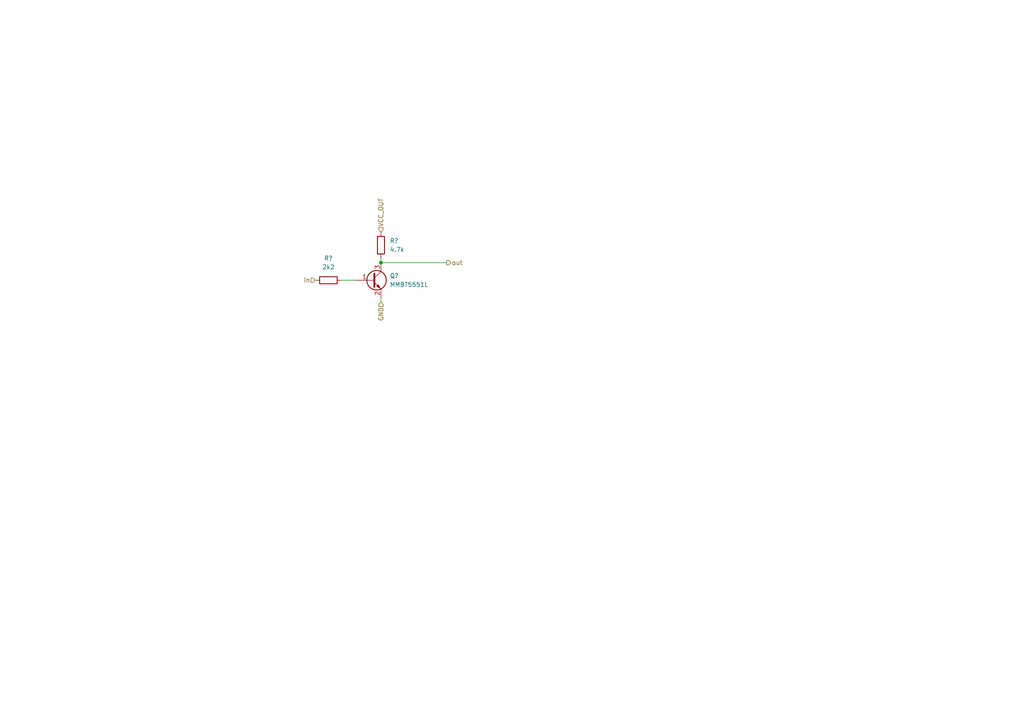
<source format=kicad_sch>
(kicad_sch (version 20211123) (generator eeschema)
  (paper "A4")
  (lib_symbols
    (symbol "Device:R" (pin_numbers hide) (pin_names (offset 0))
      (property "Reference" "R" (at 2.032 0 90))
      (property "Value" "R" (at 0 0 90))
      (symbol "R_0_1"
        (rectangle (start -1.016 -2.54) (end 1.016 2.54) (stroke (width 0.254)))
      )
      (symbol "R_1_1"
        (pin passive line (at 0 3.81 270) (length 1.27) (name "~") (number "1"))
        (pin passive line (at 0 -3.81 90) (length 1.27) (name "~") (number "2"))
      )
    )
    (symbol "Transistor_BJT:MMBT5551L" (pin_names (offset 0) hide)
      (property "Reference" "Q" (at 5.08 1.905 0))
      (property "Value" "MMBT5551L" (at 5.08 0 0))
      (symbol "MMBT5551L_0_1"
        (polyline (pts (xy 0.635 0.635) (xy 2.54 2.54)))
        (polyline (pts (xy 0.635 -0.635) (xy 2.54 -2.54) (xy 2.54 -2.54)))
        (polyline (pts (xy 0.635 1.905) (xy 0.635 -1.905) (xy 0.635 -1.905)) (stroke (width 0.508)))
        (polyline (pts (xy 1.27 -1.778) (xy 1.778 -1.27) (xy 2.286 -2.286) (xy 1.27 -1.778) (xy 1.27 -1.778)) (fill (type outline)))
        (circle (center 1.27 0) (radius 2.8194) (stroke (width 0.254)))
      )
      (symbol "MMBT5551L_1_1"
        (pin input line (at -5.08 0 0) (length 5.715) (name "B") (number "1"))
        (pin passive line (at 2.54 -5.08 90) (length 2.54) (name "E") (number "2"))
        (pin passive line (at 2.54 5.08 270) (length 2.54) (name "C") (number "3"))
      )
    )
  )
  (junction (at 110.49 76.2))
  (wire (pts (xy 99.06 81.28) (xy 102.87 81.28)))
  (wire (pts (xy 110.49 86.36) (xy 110.49 87.63)))
  (wire (pts (xy 110.49 74.93) (xy 110.49 76.2)))
  (wire (pts (xy 110.49 76.2) (xy 129.54 76.2)))
  (hierarchical_label "GND" (shape input) (at 110.49 87.63 270))
  (hierarchical_label "out" (shape output) (at 129.54 76.2 0))
  (hierarchical_label "VCC_OUT" (shape input) (at 110.49 67.31 90))
  (hierarchical_label "in" (shape input) (at 91.44 81.28 180))
  (symbol (lib_id "Device:R") (at 110.49 71.12 0) (unit 1)
    (property "Reference" "R?" (at 113.03 69.8499 0) (effects (justify left)))
    (property "Value" "4.7k" (at 113.03 72.3899 0) (effects (justify left)))
    (property "Footprint" "Resistor_SMD:R_0805_2012Metric" (effects hide))
    (property "LCSC" "C17673" (effects hide))
  )
  (symbol (lib_id "Transistor_BJT:MMBT5551L") (at 107.95 81.28 0) (unit 1)
    (property "Reference" "Q?" (at 113.03 80.0099 0) (effects (justify left)))
    (property "Value" "MMBT5551L" (at 113.03 82.5499 0) (effects (justify left)))
    (property "Footprint" "Package_TO_SOT_SMD:SOT-23" (effects hide))
    (property "Datasheet" "www.onsemi.com/pub/Collateral/MMBT5550LT1-D.PDF" (effects hide))
    (property "LCSC" "C2145" (effects hide))
  )
  (symbol (lib_id "Device:R") (at 95.25 81.28 90) (unit 1)
    (property "Reference" "R?" (at 95.25 74.93 90))
    (property "Value" "2k2" (at 95.25 77.47 90))
    (property "Footprint" "Resistor_SMD:R_0402_1005Metric_Pad0.72x0.64mm_HandSolder" (effects hide))
    (property "LCSC" "C25879" (effects hide))
  )
)
</source>
